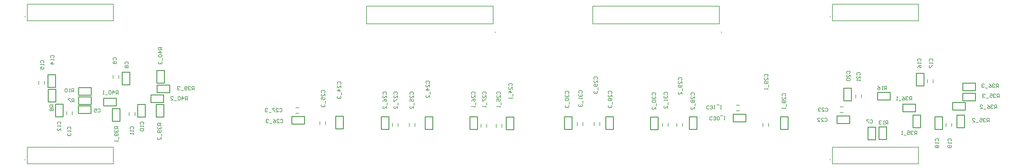
<source format=gbo>
G04*
G04 #@! TF.GenerationSoftware,Altium Limited,Altium Designer,22.11.1 (43)*
G04*
G04 Layer_Color=32896*
%FSLAX44Y44*%
%MOMM*%
G71*
G04*
G04 #@! TF.SameCoordinates,B38BEB0A-FF2B-4473-85C9-27130B265984*
G04*
G04*
G04 #@! TF.FilePolarity,Positive*
G04*
G01*
G75*
%ADD12C,0.2540*%
%ADD13C,0.2000*%
%ADD14C,0.1270*%
%ADD15C,0.1778*%
D12*
X697230Y3196590D02*
X720090D01*
X697230Y3158490D02*
X720090D01*
X697230D02*
Y3196590D01*
X720090Y3158490D02*
Y3196590D01*
X679450Y3100070D02*
Y3122930D01*
X717550Y3100070D02*
Y3122930D01*
X679450Y3100070D02*
X717550D01*
X679450Y3122930D02*
X717550D01*
X537210Y3089910D02*
Y3112770D01*
X575310Y3089910D02*
Y3112770D01*
X537210Y3089910D02*
X575310D01*
X537210Y3112770D02*
X575310D01*
X735990Y3130260D02*
Y3153120D01*
X697890Y3130260D02*
Y3153120D01*
X735990D01*
X697890Y3130260D02*
X735990D01*
X695350Y3056600D02*
X718210D01*
X695350Y3094700D02*
X718210D01*
Y3056600D02*
Y3094700D01*
X695350Y3056600D02*
Y3094700D01*
X563270Y3043900D02*
X586130D01*
X563270Y3082000D02*
X586130D01*
Y3043900D02*
Y3082000D01*
X563270Y3043900D02*
Y3082000D01*
X3161030Y3135630D02*
Y3158490D01*
X3122930Y3135630D02*
Y3158490D01*
X3161030D01*
X3122930Y3135630D02*
X3161030D01*
X3092450Y3077210D02*
Y3100070D01*
X3130550Y3077210D02*
Y3100070D01*
X3092450Y3077210D02*
X3130550D01*
X3092450Y3100070D02*
X3130550D01*
X2942590Y3072130D02*
Y3094990D01*
X2980690Y3072130D02*
Y3094990D01*
X2942590Y3072130D02*
X2980690D01*
X2942590Y3094990D02*
X2980690D01*
X3161030Y3105150D02*
Y3128010D01*
X3122930Y3105150D02*
Y3128010D01*
X3161030D01*
X3122930Y3105150D02*
X3161030D01*
X3105150Y3023870D02*
X3128010D01*
X3105150Y3061970D02*
X3128010D01*
Y3023870D02*
Y3061970D01*
X3105150Y3023870D02*
Y3061970D01*
X2973070Y3023870D02*
X2995930D01*
X2973070Y3061970D02*
X2995930D01*
Y3023870D02*
Y3061970D01*
X2973070Y3023870D02*
Y3061970D01*
X2866390Y3107690D02*
Y3130550D01*
X2904490Y3107690D02*
Y3130550D01*
X2866390Y3107690D02*
X2904490D01*
X2866390Y3130550D02*
X2904490D01*
X2870749Y2988310D02*
X2893609D01*
X2870749Y3026410D02*
X2893609D01*
Y2988310D02*
Y3026410D01*
X2870749Y2988310D02*
Y3026410D01*
X461670Y3122640D02*
Y3145500D01*
X499770Y3122640D02*
Y3145500D01*
X461670Y3122640D02*
X499770D01*
X461670Y3145500D02*
X499770D01*
X370230Y3102320D02*
X393090D01*
X370230Y3140420D02*
X393090D01*
Y3102320D02*
Y3140420D01*
X370230Y3102320D02*
Y3140420D01*
X499770Y3094700D02*
Y3117560D01*
X461670Y3094700D02*
Y3117560D01*
X499770D01*
X461670Y3094700D02*
X499770D01*
X1924050Y3056890D02*
X1946910D01*
X1924050Y3018790D02*
X1946910D01*
X1924050D02*
Y3056890D01*
X1946910Y3018790D02*
Y3056890D01*
X2183130Y3056410D02*
X2205990D01*
X2183130Y3018310D02*
X2205990D01*
X2183130D02*
Y3056410D01*
X2205990Y3018310D02*
Y3056410D01*
X2432050Y3041650D02*
Y3064510D01*
X2470150Y3041650D02*
Y3064510D01*
X2432050Y3041650D02*
X2470150D01*
X2432050Y3064510D02*
X2470150D01*
X2048510Y3056890D02*
X2071370D01*
X2048510Y3018790D02*
X2071370D01*
X2048510D02*
Y3056890D01*
X2071370Y3018790D02*
Y3056890D01*
X2299970D02*
X2322830D01*
X2299970Y3018790D02*
X2322830D01*
X2299970D02*
Y3056890D01*
X2322830Y3018790D02*
Y3056890D01*
X2574290D02*
X2597150D01*
X2574290Y3018790D02*
X2597150D01*
X2574290D02*
Y3056890D01*
X2597150Y3018790D02*
Y3056890D01*
X1103630Y3035020D02*
Y3057880D01*
X1141730Y3035020D02*
Y3057880D01*
X1103630Y3035020D02*
X1141730D01*
X1103630Y3057880D02*
X1141730D01*
X1372870Y3056890D02*
X1395730D01*
X1372870Y3018790D02*
X1395730D01*
X1372870D02*
Y3056890D01*
X1395730Y3018790D02*
Y3056890D01*
X1639570D02*
X1662430D01*
X1639570Y3018790D02*
X1662430D01*
X1639570D02*
Y3056890D01*
X1662430Y3018790D02*
Y3056890D01*
X1235710Y3058950D02*
X1258570D01*
X1235710Y3020850D02*
X1258570D01*
X1235710D02*
Y3058950D01*
X1258570Y3020850D02*
Y3058950D01*
X1504950Y3056890D02*
X1527810D01*
X1504950Y3018790D02*
X1527810D01*
X1504950D02*
Y3056890D01*
X1527810Y3018790D02*
Y3056890D01*
X1748790Y3056410D02*
X1771650D01*
X1748790Y3018310D02*
X1771650D01*
X1748790D02*
Y3056410D01*
X1771650Y3018310D02*
Y3056410D01*
X2744470Y3036570D02*
Y3059430D01*
X2782570Y3036570D02*
Y3059430D01*
X2744470Y3036570D02*
X2782570D01*
X2744470Y3059430D02*
X2782570D01*
X2764790Y3143250D02*
X2787650D01*
X2764790Y3105150D02*
X2787650D01*
X2764790D02*
Y3143250D01*
X2787650Y3105150D02*
Y3143250D01*
X3039110Y3018790D02*
X3061970D01*
X3039110Y3056890D02*
X3061970D01*
Y3018790D02*
Y3056890D01*
X3039110Y3018790D02*
Y3056890D01*
X2983230Y3188310D02*
X3006090D01*
X2983230Y3150210D02*
X3006090D01*
X2983230D02*
Y3188310D01*
X3006090Y3150210D02*
Y3188310D01*
X369570Y3183890D02*
X392430D01*
X369570Y3145790D02*
X392430D01*
X369570D02*
Y3183890D01*
X392430Y3145790D02*
Y3183890D01*
Y3056890D02*
X415290D01*
X392430Y3094990D02*
X415290D01*
Y3056890D02*
Y3094990D01*
X392430Y3056890D02*
Y3094990D01*
X639470Y3056600D02*
X662330D01*
X639470Y3094700D02*
X662330D01*
Y3056600D02*
Y3094700D01*
X639470Y3056600D02*
Y3094700D01*
X593090Y3191510D02*
X615950D01*
X593090Y3153410D02*
X615950D01*
X593090D02*
Y3191510D01*
X615950Y3153410D02*
Y3191510D01*
X2837729Y2987650D02*
X2860589D01*
X2837729Y3025750D02*
X2860589D01*
Y2987650D02*
Y3025750D01*
X2837729Y2987650D02*
Y3025750D01*
X499110Y3067050D02*
Y3089910D01*
X461010Y3067050D02*
Y3089910D01*
X499110D01*
X461010Y3067050D02*
X499110D01*
D13*
X2724990Y3359150D02*
G03*
X2724990Y3359150I-1000J0D01*
G01*
Y2927350D02*
G03*
X2724990Y2927350I-1000J0D01*
G01*
X301830Y3359150D02*
G03*
X301830Y3359150I-1000J0D01*
G01*
Y2927350D02*
G03*
X301830Y2927350I-1000J0D01*
G01*
X2397640Y3312160D02*
G03*
X2397640Y3312160I-1000J0D01*
G01*
X1716920D02*
G03*
X1716920Y3312160I-1000J0D01*
G01*
X2730490Y3347100D02*
X2989590D01*
X2730490Y3396600D02*
X2989590D01*
X2730490Y3347100D02*
Y3396600D01*
X2989590Y3347100D02*
Y3396600D01*
X2730490Y2915300D02*
X2989590D01*
X2730490Y2964800D02*
X2989590D01*
X2730490Y2915300D02*
Y2964800D01*
X2989590Y2915300D02*
Y2964800D01*
X307330Y3347100D02*
X566430D01*
X307330Y3396600D02*
X566430D01*
X307330Y3347100D02*
Y3396600D01*
X566430Y3347100D02*
Y3396600D01*
X307330Y2915300D02*
X566430D01*
X307330Y2964800D02*
X566430D01*
X307330Y2915300D02*
Y2964800D01*
X566430Y2915300D02*
Y2964800D01*
X2009140Y3337560D02*
X2390140D01*
X2009140Y3390860D02*
X2390140D01*
X2009140Y3337560D02*
Y3390860D01*
X2390140Y3337560D02*
Y3390860D01*
X1328420Y3337560D02*
X1709420D01*
X1328420Y3390860D02*
X1709420D01*
X1328420Y3337560D02*
Y3390860D01*
X1709420Y3337560D02*
Y3390860D01*
D14*
X1962540Y3030300D02*
Y3040300D01*
X1979540Y3030300D02*
Y3040300D01*
X2219080Y3027760D02*
Y3037760D01*
X2236080Y3027760D02*
Y3037760D01*
X2441020Y3075060D02*
X2451020D01*
X2441020Y3092060D02*
X2451020D01*
X2013340Y3030300D02*
Y3040300D01*
X2030340Y3030300D02*
Y3040300D01*
X2262260Y3027760D02*
Y3037760D01*
X2279260Y3027760D02*
Y3037760D01*
X2521340Y3027760D02*
Y3037760D01*
X2538340Y3027760D02*
Y3037760D01*
X1115140Y3067440D02*
X1125140D01*
X1115140Y3084440D02*
X1125140D01*
X1406280Y3027760D02*
Y3037760D01*
X1423280Y3027760D02*
Y3037760D01*
X1672980Y3025220D02*
Y3035220D01*
X1689980Y3025220D02*
Y3035220D01*
X1187840Y3032840D02*
Y3042840D01*
X1204840Y3032840D02*
Y3042840D01*
X1457080Y3027760D02*
Y3037760D01*
X1474080Y3027760D02*
Y3037760D01*
X1718700Y3025220D02*
Y3035220D01*
X1735700Y3025220D02*
Y3035220D01*
X2753440Y3069980D02*
X2763440D01*
X2753440Y3086980D02*
X2763440D01*
X2800740Y3114120D02*
Y3124120D01*
X2817740Y3114120D02*
Y3124120D01*
X3089520Y3027760D02*
Y3037760D01*
X3072520Y3027760D02*
Y3037760D01*
X3016640Y3159840D02*
Y3169840D01*
X3033640Y3159840D02*
Y3169840D01*
X342020Y3154760D02*
Y3164760D01*
X359020Y3154760D02*
Y3164760D01*
X442840Y3063320D02*
Y3073320D01*
X425840Y3063320D02*
Y3073320D01*
X631460Y3060490D02*
Y3070490D01*
X614460Y3060490D02*
Y3070490D01*
X565540Y3172540D02*
Y3182540D01*
X582540Y3172540D02*
Y3182540D01*
D15*
X2709670Y3082035D02*
X2711447Y3083812D01*
X2715002D01*
X2716779Y3082035D01*
Y3074925D01*
X2715002Y3073148D01*
X2711447D01*
X2709670Y3074925D01*
X2699005Y3073148D02*
X2706115D01*
X2699005Y3080257D01*
Y3082035D01*
X2700782Y3083812D01*
X2704337D01*
X2706115Y3082035D01*
X2695450D02*
X2693673Y3083812D01*
X2690118D01*
X2688340Y3082035D01*
Y3080257D01*
X2690118Y3078480D01*
X2691895D01*
X2690118D01*
X2688340Y3076703D01*
Y3074925D01*
X2690118Y3073148D01*
X2693673D01*
X2695450Y3074925D01*
X713104Y3265924D02*
X702439D01*
Y3260592D01*
X704216Y3258814D01*
X707771D01*
X709549Y3260592D01*
Y3265924D01*
Y3262369D02*
X713104Y3258814D01*
Y3249927D02*
X702439D01*
X707771Y3255259D01*
Y3248150D01*
X704216Y3244595D02*
X702439Y3242817D01*
Y3239263D01*
X704216Y3237485D01*
X711326D01*
X713104Y3239263D01*
Y3242817D01*
X711326Y3244595D01*
X704216D01*
X714881Y3233930D02*
Y3226821D01*
X704216Y3223266D02*
X702439Y3221488D01*
Y3217933D01*
X704216Y3216156D01*
X705994D01*
X707771Y3217933D01*
Y3219711D01*
Y3217933D01*
X709549Y3216156D01*
X711326D01*
X713104Y3217933D01*
Y3221488D01*
X711326Y3223266D01*
X789424Y3107056D02*
Y3117721D01*
X784092D01*
X782314Y3115944D01*
Y3112389D01*
X784092Y3110611D01*
X789424D01*
X785869D02*
X782314Y3107056D01*
X773427D02*
Y3117721D01*
X778759Y3112389D01*
X771650D01*
X768095Y3115944D02*
X766317Y3117721D01*
X762763D01*
X760985Y3115944D01*
Y3108834D01*
X762763Y3107056D01*
X766317D01*
X768095Y3108834D01*
Y3115944D01*
X757430Y3105279D02*
X750321D01*
X739656Y3107056D02*
X746766D01*
X739656Y3114166D01*
Y3115944D01*
X741433Y3117721D01*
X744988D01*
X746766Y3115944D01*
X581246Y3125127D02*
Y3135791D01*
X575914D01*
X574137Y3134014D01*
Y3130459D01*
X575914Y3128681D01*
X581246D01*
X577692D02*
X574137Y3125127D01*
X565250D02*
Y3135791D01*
X570582Y3130459D01*
X563472D01*
X559917Y3134014D02*
X558140Y3135791D01*
X554585D01*
X552808Y3134014D01*
Y3126904D01*
X554585Y3125127D01*
X558140D01*
X559917Y3126904D01*
Y3134014D01*
X549253Y3123349D02*
X542143D01*
X538588Y3125127D02*
X535033D01*
X536811D01*
Y3135791D01*
X538588Y3134014D01*
X809744Y3137536D02*
Y3148201D01*
X804412D01*
X802634Y3146424D01*
Y3142869D01*
X804412Y3141091D01*
X809744D01*
X806189D02*
X802634Y3137536D01*
X799079Y3146424D02*
X797302Y3148201D01*
X793747D01*
X791970Y3146424D01*
Y3144646D01*
X793747Y3142869D01*
X795525D01*
X793747D01*
X791970Y3141091D01*
Y3139314D01*
X793747Y3137536D01*
X797302D01*
X799079Y3139314D01*
X788415D02*
X786637Y3137536D01*
X783083D01*
X781305Y3139314D01*
Y3146424D01*
X783083Y3148201D01*
X786637D01*
X788415Y3146424D01*
Y3144646D01*
X786637Y3142869D01*
X781305D01*
X777750Y3135759D02*
X770641D01*
X767086Y3146424D02*
X765308Y3148201D01*
X761753D01*
X759976Y3146424D01*
Y3144646D01*
X761753Y3142869D01*
X763531D01*
X761753D01*
X759976Y3141091D01*
Y3139314D01*
X761753Y3137536D01*
X765308D01*
X767086Y3139314D01*
X710564Y3037324D02*
X699899D01*
Y3031992D01*
X701676Y3030214D01*
X705231D01*
X707009Y3031992D01*
Y3037324D01*
Y3033769D02*
X710564Y3030214D01*
X701676Y3026660D02*
X699899Y3024882D01*
Y3021327D01*
X701676Y3019550D01*
X703454D01*
X705231Y3021327D01*
Y3023105D01*
Y3021327D01*
X707009Y3019550D01*
X708786D01*
X710564Y3021327D01*
Y3024882D01*
X708786Y3026660D01*
Y3015995D02*
X710564Y3014218D01*
Y3010663D01*
X708786Y3008885D01*
X701676D01*
X699899Y3010663D01*
Y3014218D01*
X701676Y3015995D01*
X703454D01*
X705231Y3014218D01*
Y3008885D01*
X712341Y3005330D02*
Y2998221D01*
X710564Y2987556D02*
Y2994666D01*
X703454Y2987556D01*
X701676D01*
X699899Y2989333D01*
Y2992888D01*
X701676Y2994666D01*
X581024Y3027927D02*
X570359D01*
Y3022594D01*
X572136Y3020817D01*
X575691D01*
X577469Y3022594D01*
Y3027927D01*
Y3024372D02*
X581024Y3020817D01*
X572136Y3017262D02*
X570359Y3015485D01*
Y3011930D01*
X572136Y3010152D01*
X573914D01*
X575691Y3011930D01*
Y3013707D01*
Y3011930D01*
X577469Y3010152D01*
X579246D01*
X581024Y3011930D01*
Y3015485D01*
X579246Y3017262D01*
Y3006597D02*
X581024Y3004820D01*
Y3001265D01*
X579246Y2999488D01*
X572136D01*
X570359Y3001265D01*
Y3004820D01*
X572136Y3006597D01*
X573914D01*
X575691Y3004820D01*
Y2999488D01*
X582801Y2995933D02*
Y2988823D01*
X581024Y2985268D02*
Y2981714D01*
Y2983491D01*
X570359D01*
X572136Y2985268D01*
X3230364Y3145156D02*
Y3155821D01*
X3225032D01*
X3223254Y3154044D01*
Y3150489D01*
X3225032Y3148711D01*
X3230364D01*
X3226809D02*
X3223254Y3145156D01*
X3219699Y3154044D02*
X3217922Y3155821D01*
X3214367D01*
X3212590Y3154044D01*
Y3152266D01*
X3214367Y3150489D01*
X3216144D01*
X3214367D01*
X3212590Y3148711D01*
Y3146934D01*
X3214367Y3145156D01*
X3217922D01*
X3219699Y3146934D01*
X3201925Y3155821D02*
X3205480Y3154044D01*
X3209035Y3150489D01*
Y3146934D01*
X3207257Y3145156D01*
X3203703D01*
X3201925Y3146934D01*
Y3148711D01*
X3203703Y3150489D01*
X3209035D01*
X3198370Y3143379D02*
X3191261D01*
X3187706Y3154044D02*
X3185928Y3155821D01*
X3182373D01*
X3180596Y3154044D01*
Y3152266D01*
X3182373Y3150489D01*
X3184151D01*
X3182373D01*
X3180596Y3148711D01*
Y3146934D01*
X3182373Y3145156D01*
X3185928D01*
X3187706Y3146934D01*
X3225284Y3081656D02*
Y3092321D01*
X3219952D01*
X3218174Y3090544D01*
Y3086989D01*
X3219952Y3085211D01*
X3225284D01*
X3221729D02*
X3218174Y3081656D01*
X3214619Y3090544D02*
X3212842Y3092321D01*
X3209287D01*
X3207510Y3090544D01*
Y3088766D01*
X3209287Y3086989D01*
X3211064D01*
X3209287D01*
X3207510Y3085211D01*
Y3083434D01*
X3209287Y3081656D01*
X3212842D01*
X3214619Y3083434D01*
X3196845Y3092321D02*
X3200400Y3090544D01*
X3203955Y3086989D01*
Y3083434D01*
X3202177Y3081656D01*
X3198623D01*
X3196845Y3083434D01*
Y3085211D01*
X3198623Y3086989D01*
X3203955D01*
X3193290Y3079879D02*
X3186181D01*
X3175516Y3081656D02*
X3182626D01*
X3175516Y3088766D01*
Y3090544D01*
X3177293Y3092321D01*
X3180848D01*
X3182626Y3090544D01*
X2969507Y3107056D02*
Y3117721D01*
X2964174D01*
X2962397Y3115944D01*
Y3112389D01*
X2964174Y3110611D01*
X2969507D01*
X2965952D02*
X2962397Y3107056D01*
X2958842Y3115944D02*
X2957065Y3117721D01*
X2953510D01*
X2951732Y3115944D01*
Y3114166D01*
X2953510Y3112389D01*
X2955287D01*
X2953510D01*
X2951732Y3110611D01*
Y3108834D01*
X2953510Y3107056D01*
X2957065D01*
X2958842Y3108834D01*
X2941068Y3117721D02*
X2944622Y3115944D01*
X2948177Y3112389D01*
Y3108834D01*
X2946400Y3107056D01*
X2942845D01*
X2941068Y3108834D01*
Y3110611D01*
X2942845Y3112389D01*
X2948177D01*
X2937513Y3105279D02*
X2930403D01*
X2926848Y3107056D02*
X2923293D01*
X2925071D01*
Y3117721D01*
X2926848Y3115944D01*
X3232904Y3114677D02*
Y3125341D01*
X3227572D01*
X3225794Y3123564D01*
Y3120009D01*
X3227572Y3118231D01*
X3232904D01*
X3229349D02*
X3225794Y3114677D01*
X3222239Y3123564D02*
X3220462Y3125341D01*
X3216907D01*
X3215130Y3123564D01*
Y3121786D01*
X3216907Y3120009D01*
X3218684D01*
X3216907D01*
X3215130Y3118231D01*
Y3116454D01*
X3216907Y3114677D01*
X3220462D01*
X3222239Y3116454D01*
X3204465Y3125341D02*
X3211575D01*
Y3120009D01*
X3208020Y3121786D01*
X3206243D01*
X3204465Y3120009D01*
Y3116454D01*
X3206243Y3114677D01*
X3209797D01*
X3211575Y3116454D01*
X3200910Y3112899D02*
X3193801D01*
X3190246Y3123564D02*
X3188468Y3125341D01*
X3184914D01*
X3183136Y3123564D01*
Y3121786D01*
X3184914Y3120009D01*
X3186691D01*
X3184914D01*
X3183136Y3118231D01*
Y3116454D01*
X3184914Y3114677D01*
X3188468D01*
X3190246Y3116454D01*
X3202424Y3041017D02*
Y3051681D01*
X3197092D01*
X3195314Y3049904D01*
Y3046349D01*
X3197092Y3044571D01*
X3202424D01*
X3198869D02*
X3195314Y3041017D01*
X3191759Y3049904D02*
X3189982Y3051681D01*
X3186427D01*
X3184650Y3049904D01*
Y3048126D01*
X3186427Y3046349D01*
X3188205D01*
X3186427D01*
X3184650Y3044571D01*
Y3042794D01*
X3186427Y3041017D01*
X3189982D01*
X3191759Y3042794D01*
X3173985Y3051681D02*
X3181095D01*
Y3046349D01*
X3177540Y3048126D01*
X3175763D01*
X3173985Y3046349D01*
Y3042794D01*
X3175763Y3041017D01*
X3179317D01*
X3181095Y3042794D01*
X3170430Y3039239D02*
X3163321D01*
X3152656Y3041017D02*
X3159766D01*
X3152656Y3048126D01*
Y3049904D01*
X3154434Y3051681D01*
X3157988D01*
X3159766Y3049904D01*
X2984746Y3002916D02*
Y3013581D01*
X2979414D01*
X2977637Y3011804D01*
Y3008249D01*
X2979414Y3006471D01*
X2984746D01*
X2981192D02*
X2977637Y3002916D01*
X2974082Y3011804D02*
X2972304Y3013581D01*
X2968750D01*
X2966972Y3011804D01*
Y3010026D01*
X2968750Y3008249D01*
X2970527D01*
X2968750D01*
X2966972Y3006471D01*
Y3004694D01*
X2968750Y3002916D01*
X2972304D01*
X2974082Y3004694D01*
X2956308Y3013581D02*
X2963417D01*
Y3008249D01*
X2959863Y3010026D01*
X2958085D01*
X2956308Y3008249D01*
Y3004694D01*
X2958085Y3002916D01*
X2961640D01*
X2963417Y3004694D01*
X2952753Y3001139D02*
X2945643D01*
X2942088Y3002916D02*
X2938534D01*
X2940311D01*
Y3013581D01*
X2942088Y3011804D01*
X1969136Y3128386D02*
X1967359Y3130163D01*
Y3133718D01*
X1969136Y3135495D01*
X1976246D01*
X1978024Y3133718D01*
Y3130163D01*
X1976246Y3128386D01*
X1969136Y3124831D02*
X1967359Y3123053D01*
Y3119498D01*
X1969136Y3117721D01*
X1970914D01*
X1972691Y3119498D01*
Y3121276D01*
Y3119498D01*
X1974469Y3117721D01*
X1976246D01*
X1978024Y3119498D01*
Y3123053D01*
X1976246Y3124831D01*
X1978024Y3114166D02*
Y3110611D01*
Y3112389D01*
X1967359D01*
X1969136Y3114166D01*
X1979801Y3105279D02*
Y3098169D01*
X1969136Y3094615D02*
X1967359Y3092837D01*
Y3089282D01*
X1969136Y3087505D01*
X1970914D01*
X1972691Y3089282D01*
Y3091060D01*
Y3089282D01*
X1974469Y3087505D01*
X1976246D01*
X1978024Y3089282D01*
Y3092837D01*
X1976246Y3094615D01*
X2225676Y3123305D02*
X2223899Y3125083D01*
Y3128638D01*
X2225676Y3130415D01*
X2232786D01*
X2234564Y3128638D01*
Y3125083D01*
X2232786Y3123305D01*
X2225676Y3119751D02*
X2223899Y3117973D01*
Y3114418D01*
X2225676Y3112641D01*
X2227454D01*
X2229231Y3114418D01*
Y3116196D01*
Y3114418D01*
X2231009Y3112641D01*
X2232786D01*
X2234564Y3114418D01*
Y3117973D01*
X2232786Y3119751D01*
X2234564Y3109086D02*
Y3105531D01*
Y3107309D01*
X2223899D01*
X2225676Y3109086D01*
X2236341Y3100199D02*
Y3093089D01*
X2234564Y3082425D02*
Y3089535D01*
X2227454Y3082425D01*
X2225676D01*
X2223899Y3084202D01*
Y3087757D01*
X2225676Y3089535D01*
X2359792Y3081656D02*
X2358014Y3079879D01*
X2354460D01*
X2352682Y3081656D01*
Y3088766D01*
X2354460Y3090544D01*
X2358014D01*
X2359792Y3088766D01*
X2363347Y3081656D02*
X2365124Y3079879D01*
X2368679D01*
X2370456Y3081656D01*
Y3083434D01*
X2368679Y3085211D01*
X2366902D01*
X2368679D01*
X2370456Y3086989D01*
Y3088766D01*
X2368679Y3090544D01*
X2365124D01*
X2363347Y3088766D01*
X2374011Y3090544D02*
X2377566D01*
X2375789D01*
Y3079879D01*
X2374011Y3081656D01*
X2382898Y3092321D02*
X2390008D01*
X2393563Y3090544D02*
X2397118D01*
X2395340D01*
Y3079879D01*
X2393563Y3081656D01*
X1928496Y3126734D02*
X1926719Y3128512D01*
Y3132067D01*
X1928496Y3133844D01*
X1935606D01*
X1937384Y3132067D01*
Y3128512D01*
X1935606Y3126734D01*
X1928496Y3123179D02*
X1926719Y3121402D01*
Y3117847D01*
X1928496Y3116070D01*
X1930274D01*
X1932051Y3117847D01*
Y3119625D01*
Y3117847D01*
X1933829Y3116070D01*
X1935606D01*
X1937384Y3117847D01*
Y3121402D01*
X1935606Y3123179D01*
X1928496Y3112515D02*
X1926719Y3110738D01*
Y3107183D01*
X1928496Y3105405D01*
X1935606D01*
X1937384Y3107183D01*
Y3110738D01*
X1935606Y3112515D01*
X1928496D01*
X1939161Y3101850D02*
Y3094741D01*
X1928496Y3091186D02*
X1926719Y3089408D01*
Y3085854D01*
X1928496Y3084076D01*
X1930274D01*
X1932051Y3085854D01*
Y3087631D01*
Y3085854D01*
X1933829Y3084076D01*
X1935606D01*
X1937384Y3085854D01*
Y3089408D01*
X1935606Y3091186D01*
X2190116Y3121654D02*
X2188339Y3123432D01*
Y3126986D01*
X2190116Y3128764D01*
X2197226D01*
X2199004Y3126986D01*
Y3123432D01*
X2197226Y3121654D01*
X2190116Y3118099D02*
X2188339Y3116322D01*
Y3112767D01*
X2190116Y3110990D01*
X2191894D01*
X2193671Y3112767D01*
Y3114544D01*
Y3112767D01*
X2195449Y3110990D01*
X2197226D01*
X2199004Y3112767D01*
Y3116322D01*
X2197226Y3118099D01*
X2190116Y3107435D02*
X2188339Y3105657D01*
Y3102103D01*
X2190116Y3100325D01*
X2197226D01*
X2199004Y3102103D01*
Y3105657D01*
X2197226Y3107435D01*
X2190116D01*
X2200781Y3096770D02*
Y3089661D01*
X2199004Y3078996D02*
Y3086106D01*
X2191894Y3078996D01*
X2190116D01*
X2188339Y3080774D01*
Y3084328D01*
X2190116Y3086106D01*
X2369063Y3048636D02*
X2367286Y3046859D01*
X2363731D01*
X2361953Y3048636D01*
Y3055746D01*
X2363731Y3057523D01*
X2367286D01*
X2369063Y3055746D01*
X2372618Y3048636D02*
X2374395Y3046859D01*
X2377950D01*
X2379728Y3048636D01*
Y3050414D01*
X2377950Y3052191D01*
X2376173D01*
X2377950D01*
X2379728Y3053969D01*
Y3055746D01*
X2377950Y3057523D01*
X2374395D01*
X2372618Y3055746D01*
X2383283Y3048636D02*
X2385060Y3046859D01*
X2388615D01*
X2390392Y3048636D01*
Y3055746D01*
X2388615Y3057523D01*
X2385060D01*
X2383283Y3055746D01*
Y3048636D01*
X2393947Y3059301D02*
X2401057D01*
X2404612Y3057523D02*
X2408167D01*
X2406389D01*
Y3046859D01*
X2404612Y3048636D01*
X2014856Y3169914D02*
X2013079Y3171692D01*
Y3175247D01*
X2014856Y3177024D01*
X2021966D01*
X2023743Y3175247D01*
Y3171692D01*
X2021966Y3169914D01*
X2023743Y3159250D02*
Y3166359D01*
X2016634Y3159250D01*
X2014856D01*
X2013079Y3161027D01*
Y3164582D01*
X2014856Y3166359D01*
X2021966Y3155695D02*
X2023743Y3153918D01*
Y3150363D01*
X2021966Y3148585D01*
X2014856D01*
X2013079Y3150363D01*
Y3153918D01*
X2014856Y3155695D01*
X2016634D01*
X2018411Y3153918D01*
Y3148585D01*
X2025521Y3145030D02*
Y3137921D01*
X2014856Y3134366D02*
X2013079Y3132589D01*
Y3129034D01*
X2014856Y3127256D01*
X2016634D01*
X2018411Y3129034D01*
Y3130811D01*
Y3129034D01*
X2020189Y3127256D01*
X2021966D01*
X2023743Y3129034D01*
Y3132589D01*
X2021966Y3134366D01*
X2268856Y3167374D02*
X2267079Y3169152D01*
Y3172707D01*
X2268856Y3174484D01*
X2275966D01*
X2277744Y3172707D01*
Y3169152D01*
X2275966Y3167374D01*
X2277744Y3156710D02*
Y3163819D01*
X2270634Y3156710D01*
X2268856D01*
X2267079Y3158487D01*
Y3162042D01*
X2268856Y3163819D01*
X2275966Y3153155D02*
X2277744Y3151377D01*
Y3147823D01*
X2275966Y3146045D01*
X2268856D01*
X2267079Y3147823D01*
Y3151377D01*
X2268856Y3153155D01*
X2270634D01*
X2272411Y3151377D01*
Y3146045D01*
X2279521Y3142490D02*
Y3135381D01*
X2277744Y3124716D02*
Y3131826D01*
X2270634Y3124716D01*
X2268856D01*
X2267079Y3126494D01*
Y3130049D01*
X2268856Y3131826D01*
X2527936Y3178297D02*
X2526159Y3180074D01*
Y3183629D01*
X2527936Y3185406D01*
X2535046D01*
X2536824Y3183629D01*
Y3180074D01*
X2535046Y3178297D01*
X2536824Y3167632D02*
Y3174742D01*
X2529714Y3167632D01*
X2527936D01*
X2526159Y3169410D01*
Y3172964D01*
X2527936Y3174742D01*
X2535046Y3164077D02*
X2536824Y3162300D01*
Y3158745D01*
X2535046Y3156968D01*
X2527936D01*
X2526159Y3158745D01*
Y3162300D01*
X2527936Y3164077D01*
X2529714D01*
X2531491Y3162300D01*
Y3156968D01*
X2538601Y3153413D02*
Y3146303D01*
X2536824Y3142748D02*
Y3139193D01*
Y3140971D01*
X2526159D01*
X2527936Y3142748D01*
X2058036Y3126734D02*
X2056259Y3128512D01*
Y3132067D01*
X2058036Y3133844D01*
X2065146D01*
X2066924Y3132067D01*
Y3128512D01*
X2065146Y3126734D01*
X2066924Y3116070D02*
Y3123179D01*
X2059814Y3116070D01*
X2058036D01*
X2056259Y3117847D01*
Y3121402D01*
X2058036Y3123179D01*
Y3112515D02*
X2056259Y3110738D01*
Y3107183D01*
X2058036Y3105405D01*
X2059814D01*
X2061591Y3107183D01*
X2063369Y3105405D01*
X2065146D01*
X2066924Y3107183D01*
Y3110738D01*
X2065146Y3112515D01*
X2063369D01*
X2061591Y3110738D01*
X2059814Y3112515D01*
X2058036D01*
X2061591Y3110738D02*
Y3107183D01*
X2068701Y3101850D02*
Y3094741D01*
X2058036Y3091186D02*
X2056259Y3089408D01*
Y3085854D01*
X2058036Y3084076D01*
X2059814D01*
X2061591Y3085854D01*
Y3087631D01*
Y3085854D01*
X2063369Y3084076D01*
X2065146D01*
X2066924Y3085854D01*
Y3089408D01*
X2065146Y3091186D01*
X2306956Y3121654D02*
X2305179Y3123432D01*
Y3126986D01*
X2306956Y3128764D01*
X2314066D01*
X2315844Y3126986D01*
Y3123432D01*
X2314066Y3121654D01*
X2315844Y3110990D02*
Y3118099D01*
X2308734Y3110990D01*
X2306956D01*
X2305179Y3112767D01*
Y3116322D01*
X2306956Y3118099D01*
Y3107435D02*
X2305179Y3105657D01*
Y3102103D01*
X2306956Y3100325D01*
X2308734D01*
X2310511Y3102103D01*
X2312289Y3100325D01*
X2314066D01*
X2315844Y3102103D01*
Y3105657D01*
X2314066Y3107435D01*
X2312289D01*
X2310511Y3105657D01*
X2308734Y3107435D01*
X2306956D01*
X2310511Y3105657D02*
Y3102103D01*
X2317621Y3096770D02*
Y3089661D01*
X2315844Y3078996D02*
Y3086106D01*
X2308734Y3078996D01*
X2306956D01*
X2305179Y3080774D01*
Y3084328D01*
X2306956Y3086106D01*
X2581277Y3119877D02*
X2579499Y3121654D01*
Y3125209D01*
X2581277Y3126986D01*
X2588386D01*
X2590164Y3125209D01*
Y3121654D01*
X2588386Y3119877D01*
X2590164Y3109212D02*
Y3116322D01*
X2583054Y3109212D01*
X2581277D01*
X2579499Y3110990D01*
Y3114544D01*
X2581277Y3116322D01*
Y3105657D02*
X2579499Y3103880D01*
Y3100325D01*
X2581277Y3098548D01*
X2583054D01*
X2584831Y3100325D01*
X2586609Y3098548D01*
X2588386D01*
X2590164Y3100325D01*
Y3103880D01*
X2588386Y3105657D01*
X2586609D01*
X2584831Y3103880D01*
X2583054Y3105657D01*
X2581277D01*
X2584831Y3103880D02*
Y3100325D01*
X2591941Y3094993D02*
Y3087883D01*
X2590164Y3084328D02*
Y3080774D01*
Y3082551D01*
X2579499D01*
X2581277Y3084328D01*
X1066794Y3080384D02*
X1068572Y3082161D01*
X1072126D01*
X1073904Y3080384D01*
Y3073274D01*
X1072126Y3071496D01*
X1068572D01*
X1066794Y3073274D01*
X1056130Y3071496D02*
X1063239D01*
X1056130Y3078606D01*
Y3080384D01*
X1057907Y3082161D01*
X1061462D01*
X1063239Y3080384D01*
X1052575Y3082161D02*
X1045465D01*
Y3080384D01*
X1052575Y3073274D01*
Y3071496D01*
X1041910Y3069719D02*
X1034801D01*
X1031246Y3080384D02*
X1029468Y3082161D01*
X1025913D01*
X1024136Y3080384D01*
Y3078606D01*
X1025913Y3076829D01*
X1027691D01*
X1025913D01*
X1024136Y3075051D01*
Y3073274D01*
X1025913Y3071496D01*
X1029468D01*
X1031246Y3073274D01*
X1412876Y3124194D02*
X1411099Y3125972D01*
Y3129526D01*
X1412876Y3131304D01*
X1419986D01*
X1421764Y3129526D01*
Y3125972D01*
X1419986Y3124194D01*
X1421764Y3113530D02*
Y3120639D01*
X1414654Y3113530D01*
X1412876D01*
X1411099Y3115307D01*
Y3118862D01*
X1412876Y3120639D01*
X1411099Y3109975D02*
Y3102865D01*
X1412876D01*
X1419986Y3109975D01*
X1421764D01*
X1423541Y3099310D02*
Y3092201D01*
X1421764Y3081536D02*
Y3088646D01*
X1414654Y3081536D01*
X1412876D01*
X1411099Y3083314D01*
Y3086868D01*
X1412876Y3088646D01*
X1679576Y3124957D02*
X1677799Y3126734D01*
Y3130289D01*
X1679576Y3132067D01*
X1686686D01*
X1688464Y3130289D01*
Y3126734D01*
X1686686Y3124957D01*
X1688464Y3114292D02*
Y3121402D01*
X1681354Y3114292D01*
X1679576D01*
X1677799Y3116070D01*
Y3119625D01*
X1679576Y3121402D01*
X1677799Y3110737D02*
Y3103628D01*
X1679576D01*
X1686686Y3110737D01*
X1688464D01*
X1690241Y3100073D02*
Y3092963D01*
X1688464Y3089408D02*
Y3085854D01*
Y3087631D01*
X1677799D01*
X1679576Y3089408D01*
X1069334Y3047364D02*
X1071112Y3049141D01*
X1074667D01*
X1076444Y3047364D01*
Y3040254D01*
X1074667Y3038476D01*
X1071112D01*
X1069334Y3040254D01*
X1058670Y3038476D02*
X1065779D01*
X1058670Y3045586D01*
Y3047364D01*
X1060447Y3049141D01*
X1064002D01*
X1065779Y3047364D01*
X1048005Y3049141D02*
X1051560Y3047364D01*
X1055115Y3043809D01*
Y3040254D01*
X1053337Y3038476D01*
X1049783D01*
X1048005Y3040254D01*
Y3042031D01*
X1049783Y3043809D01*
X1055115D01*
X1044450Y3036699D02*
X1037341D01*
X1033786Y3047364D02*
X1032008Y3049141D01*
X1028454D01*
X1026676Y3047364D01*
Y3045586D01*
X1028454Y3043809D01*
X1030231D01*
X1028454D01*
X1026676Y3042031D01*
Y3040254D01*
X1028454Y3038476D01*
X1032008D01*
X1033786Y3040254D01*
X1379856Y3124194D02*
X1378079Y3125972D01*
Y3129526D01*
X1379856Y3131304D01*
X1386966D01*
X1388744Y3129526D01*
Y3125972D01*
X1386966Y3124194D01*
X1388744Y3113530D02*
Y3120639D01*
X1381634Y3113530D01*
X1379856D01*
X1378079Y3115307D01*
Y3118862D01*
X1379856Y3120639D01*
X1378079Y3102865D02*
X1379856Y3106420D01*
X1383411Y3109975D01*
X1386966D01*
X1388744Y3108197D01*
Y3104643D01*
X1386966Y3102865D01*
X1385189D01*
X1383411Y3104643D01*
Y3109975D01*
X1390521Y3099310D02*
Y3092201D01*
X1388744Y3081536D02*
Y3088646D01*
X1381634Y3081536D01*
X1379856D01*
X1378079Y3083314D01*
Y3086868D01*
X1379856Y3088646D01*
X1646556Y3124957D02*
X1644779Y3126734D01*
Y3130289D01*
X1646556Y3132067D01*
X1653666D01*
X1655444Y3130289D01*
Y3126734D01*
X1653666Y3124957D01*
X1655444Y3114292D02*
Y3121402D01*
X1648334Y3114292D01*
X1646556D01*
X1644779Y3116070D01*
Y3119625D01*
X1646556Y3121402D01*
X1644779Y3103628D02*
X1646556Y3107183D01*
X1650111Y3110737D01*
X1653666D01*
X1655444Y3108960D01*
Y3105405D01*
X1653666Y3103628D01*
X1651889D01*
X1650111Y3105405D01*
Y3110737D01*
X1657221Y3100073D02*
Y3092963D01*
X1655444Y3089408D02*
Y3085854D01*
Y3087631D01*
X1644779D01*
X1646556Y3089408D01*
X1194436Y3129274D02*
X1192659Y3131052D01*
Y3134607D01*
X1194436Y3136384D01*
X1201546D01*
X1203324Y3134607D01*
Y3131052D01*
X1201546Y3129274D01*
X1203324Y3118610D02*
Y3125719D01*
X1196214Y3118610D01*
X1194436D01*
X1192659Y3120387D01*
Y3123942D01*
X1194436Y3125719D01*
X1192659Y3107945D02*
Y3115055D01*
X1197991D01*
X1196214Y3111500D01*
Y3109723D01*
X1197991Y3107945D01*
X1201546D01*
X1203324Y3109723D01*
Y3113277D01*
X1201546Y3115055D01*
X1205101Y3104390D02*
Y3097281D01*
X1194436Y3093726D02*
X1192659Y3091949D01*
Y3088394D01*
X1194436Y3086616D01*
X1196214D01*
X1197991Y3088394D01*
Y3090171D01*
Y3088394D01*
X1199769Y3086616D01*
X1201546D01*
X1203324Y3088394D01*
Y3091949D01*
X1201546Y3093726D01*
X1461136Y3124194D02*
X1459359Y3125972D01*
Y3129526D01*
X1461136Y3131304D01*
X1468246D01*
X1470024Y3129526D01*
Y3125972D01*
X1468246Y3124194D01*
X1470024Y3113530D02*
Y3120639D01*
X1462914Y3113530D01*
X1461136D01*
X1459359Y3115307D01*
Y3118862D01*
X1461136Y3120639D01*
X1459359Y3102865D02*
Y3109975D01*
X1464691D01*
X1462914Y3106420D01*
Y3104643D01*
X1464691Y3102865D01*
X1468246D01*
X1470024Y3104643D01*
Y3108197D01*
X1468246Y3109975D01*
X1471801Y3099310D02*
Y3092201D01*
X1470024Y3081536D02*
Y3088646D01*
X1462914Y3081536D01*
X1461136D01*
X1459359Y3083314D01*
Y3086868D01*
X1461136Y3088646D01*
X1722756Y3124957D02*
X1720979Y3126734D01*
Y3130289D01*
X1722756Y3132067D01*
X1729866D01*
X1731644Y3130289D01*
Y3126734D01*
X1729866Y3124957D01*
X1731644Y3114292D02*
Y3121402D01*
X1724534Y3114292D01*
X1722756D01*
X1720979Y3116070D01*
Y3119625D01*
X1722756Y3121402D01*
X1720979Y3103628D02*
Y3110737D01*
X1726311D01*
X1724534Y3107183D01*
Y3105405D01*
X1726311Y3103628D01*
X1729866D01*
X1731644Y3105405D01*
Y3108960D01*
X1729866Y3110737D01*
X1733421Y3100073D02*
Y3092963D01*
X1731644Y3089408D02*
Y3085854D01*
Y3087631D01*
X1720979D01*
X1722756Y3089408D01*
X1242696Y3154674D02*
X1240919Y3156452D01*
Y3160007D01*
X1242696Y3161784D01*
X1249806D01*
X1251583Y3160007D01*
Y3156452D01*
X1249806Y3154674D01*
X1251583Y3144010D02*
Y3151119D01*
X1244474Y3144010D01*
X1242696D01*
X1240919Y3145787D01*
Y3149342D01*
X1242696Y3151119D01*
X1251583Y3135123D02*
X1240919D01*
X1246251Y3140455D01*
Y3133345D01*
X1253361Y3129790D02*
Y3122681D01*
X1242696Y3119126D02*
X1240919Y3117348D01*
Y3113794D01*
X1242696Y3112016D01*
X1244474D01*
X1246251Y3113794D01*
Y3115571D01*
Y3113794D01*
X1248029Y3112016D01*
X1249806D01*
X1251583Y3113794D01*
Y3117348D01*
X1249806Y3119126D01*
X1509396Y3157214D02*
X1507619Y3158992D01*
Y3162546D01*
X1509396Y3164324D01*
X1516506D01*
X1518284Y3162546D01*
Y3158992D01*
X1516506Y3157214D01*
X1518284Y3146550D02*
Y3153659D01*
X1511174Y3146550D01*
X1509396D01*
X1507619Y3148327D01*
Y3151882D01*
X1509396Y3153659D01*
X1518284Y3137663D02*
X1507619D01*
X1512951Y3142995D01*
Y3135885D01*
X1520061Y3132330D02*
Y3125221D01*
X1518284Y3114556D02*
Y3121666D01*
X1511174Y3114556D01*
X1509396D01*
X1507619Y3116334D01*
Y3119888D01*
X1509396Y3121666D01*
X1758316Y3150357D02*
X1756539Y3152134D01*
Y3155689D01*
X1758316Y3157466D01*
X1765426D01*
X1767204Y3155689D01*
Y3152134D01*
X1765426Y3150357D01*
X1767204Y3139692D02*
Y3146802D01*
X1760094Y3139692D01*
X1758316D01*
X1756539Y3141470D01*
Y3145024D01*
X1758316Y3146802D01*
X1767204Y3130805D02*
X1756539D01*
X1761871Y3136137D01*
Y3129028D01*
X1768981Y3125473D02*
Y3118363D01*
X1767204Y3114808D02*
Y3111253D01*
Y3113031D01*
X1756539D01*
X1758316Y3114808D01*
X2707130Y3051555D02*
X2708907Y3053332D01*
X2712462D01*
X2714240Y3051555D01*
Y3044445D01*
X2712462Y3042668D01*
X2708907D01*
X2707130Y3044445D01*
X2696465Y3042668D02*
X2703575D01*
X2696465Y3049778D01*
Y3051555D01*
X2698242Y3053332D01*
X2701797D01*
X2703575Y3051555D01*
X2685800Y3042668D02*
X2692910D01*
X2685800Y3049778D01*
Y3051555D01*
X2687578Y3053332D01*
X2691133D01*
X2692910Y3051555D01*
X2805685Y3182872D02*
X2803908Y3184650D01*
Y3188205D01*
X2805685Y3189982D01*
X2812795D01*
X2814572Y3188205D01*
Y3184650D01*
X2812795Y3182872D01*
X2814572Y3172208D02*
Y3179317D01*
X2807462Y3172208D01*
X2805685D01*
X2803908Y3173985D01*
Y3177540D01*
X2805685Y3179317D01*
X2814572Y3168653D02*
Y3165098D01*
Y3166875D01*
X2803908D01*
X2805685Y3168653D01*
X2775205Y3187190D02*
X2773428Y3188967D01*
Y3192522D01*
X2775205Y3194299D01*
X2782315D01*
X2784092Y3192522D01*
Y3188967D01*
X2782315Y3187190D01*
X2784092Y3176525D02*
Y3183635D01*
X2776982Y3176525D01*
X2775205D01*
X2773428Y3178303D01*
Y3181858D01*
X2775205Y3183635D01*
Y3172970D02*
X2773428Y3171193D01*
Y3167638D01*
X2775205Y3165861D01*
X2782315D01*
X2784092Y3167638D01*
Y3171193D01*
X2782315Y3172970D01*
X2775205D01*
X3080005Y2983101D02*
X3078228Y2984879D01*
Y2988433D01*
X3080005Y2990211D01*
X3087115D01*
X3088892Y2988433D01*
Y2984879D01*
X3087115Y2983101D01*
X3088892Y2979546D02*
Y2975991D01*
Y2977769D01*
X3078228D01*
X3080005Y2979546D01*
X3087115Y2970659D02*
X3088892Y2968882D01*
Y2965327D01*
X3087115Y2963549D01*
X3080005D01*
X3078228Y2965327D01*
Y2968882D01*
X3080005Y2970659D01*
X3081783D01*
X3083560Y2968882D01*
Y2963549D01*
X3041905Y2983101D02*
X3040128Y2984879D01*
Y2988433D01*
X3041905Y2990211D01*
X3049015D01*
X3050792Y2988433D01*
Y2984879D01*
X3049015Y2983101D01*
X3050792Y2979546D02*
Y2975991D01*
Y2977769D01*
X3040128D01*
X3041905Y2979546D01*
Y2970659D02*
X3040128Y2968882D01*
Y2965327D01*
X3041905Y2963549D01*
X3043683D01*
X3045460Y2965327D01*
X3047238Y2963549D01*
X3049015D01*
X3050792Y2965327D01*
Y2968882D01*
X3049015Y2970659D01*
X3047238D01*
X3045460Y2968882D01*
X3043683Y2970659D01*
X3041905D01*
X3045460Y2968882D02*
Y2965327D01*
X3024125Y3224401D02*
X3022348Y3226178D01*
Y3229733D01*
X3024125Y3231511D01*
X3031235D01*
X3033012Y3229733D01*
Y3226178D01*
X3031235Y3224401D01*
X3033012Y3220846D02*
Y3217291D01*
Y3219069D01*
X3022348D01*
X3024125Y3220846D01*
X3022348Y3211959D02*
Y3204849D01*
X3024125D01*
X3031235Y3211959D01*
X3033012D01*
X2988565Y3224401D02*
X2986788Y3226178D01*
Y3229733D01*
X2988565Y3231511D01*
X2995675D01*
X2997452Y3229733D01*
Y3226178D01*
X2995675Y3224401D01*
X2997452Y3220846D02*
Y3217291D01*
Y3219069D01*
X2986788D01*
X2988565Y3220846D01*
X2986788Y3204849D02*
X2988565Y3208404D01*
X2992120Y3211959D01*
X2995675D01*
X2997452Y3210182D01*
Y3206627D01*
X2995675Y3204849D01*
X2993897D01*
X2992120Y3206627D01*
Y3211959D01*
X348845Y3219611D02*
X347068Y3221389D01*
Y3224943D01*
X348845Y3226721D01*
X355955D01*
X357732Y3224943D01*
Y3221389D01*
X355955Y3219611D01*
X357732Y3216056D02*
Y3212501D01*
Y3214279D01*
X347068D01*
X348845Y3216056D01*
X347068Y3200059D02*
Y3207169D01*
X352400D01*
X350622Y3203614D01*
Y3201837D01*
X352400Y3200059D01*
X355955D01*
X357732Y3201837D01*
Y3205392D01*
X355955Y3207169D01*
X379325Y3234371D02*
X377548Y3236148D01*
Y3239703D01*
X379325Y3241481D01*
X386435D01*
X388212Y3239703D01*
Y3236148D01*
X386435Y3234371D01*
X388212Y3230816D02*
Y3227261D01*
Y3229039D01*
X377548D01*
X379325Y3230816D01*
X388212Y3216597D02*
X377548D01*
X382880Y3221929D01*
Y3214819D01*
X430125Y3018951D02*
X428348Y3020728D01*
Y3024283D01*
X430125Y3026061D01*
X437235D01*
X439012Y3024283D01*
Y3020728D01*
X437235Y3018951D01*
X439012Y3015396D02*
Y3011841D01*
Y3013619D01*
X428348D01*
X430125Y3015396D01*
Y3006509D02*
X428348Y3004732D01*
Y3001177D01*
X430125Y2999399D01*
X431903D01*
X433680Y3001177D01*
Y3002954D01*
Y3001177D01*
X435457Y2999399D01*
X437235D01*
X439012Y3001177D01*
Y3004732D01*
X437235Y3006509D01*
X399645Y3034191D02*
X397868Y3035968D01*
Y3039523D01*
X399645Y3041301D01*
X406755D01*
X408532Y3039523D01*
Y3035968D01*
X406755Y3034191D01*
X408532Y3030636D02*
Y3027081D01*
Y3028859D01*
X397868D01*
X399645Y3030636D01*
X408532Y3014639D02*
Y3021749D01*
X401423Y3014639D01*
X399645D01*
X397868Y3016417D01*
Y3019972D01*
X399645Y3021749D01*
X618745Y3019424D02*
X616968Y3021201D01*
Y3024756D01*
X618745Y3026533D01*
X625855D01*
X627632Y3024756D01*
Y3021201D01*
X625855Y3019424D01*
X627632Y3015869D02*
Y3012314D01*
Y3014091D01*
X616968D01*
X618745Y3015869D01*
X627632Y3006982D02*
Y3003427D01*
Y3005204D01*
X616968D01*
X618745Y3006982D01*
X649225Y3033901D02*
X647448Y3035678D01*
Y3039233D01*
X649225Y3041011D01*
X656335D01*
X658112Y3039233D01*
Y3035678D01*
X656335Y3033901D01*
X658112Y3030346D02*
Y3026791D01*
Y3028569D01*
X647448D01*
X649225Y3030346D01*
Y3021459D02*
X647448Y3019682D01*
Y3016127D01*
X649225Y3014349D01*
X656335D01*
X658112Y3016127D01*
Y3019682D01*
X656335Y3021459D01*
X649225D01*
X567285Y3227867D02*
X565508Y3229645D01*
Y3233200D01*
X567285Y3234977D01*
X574395D01*
X576172Y3233200D01*
Y3229645D01*
X574395Y3227867D01*
Y3224313D02*
X576172Y3222535D01*
Y3218980D01*
X574395Y3217203D01*
X567285D01*
X565508Y3218980D01*
Y3222535D01*
X567285Y3224313D01*
X569062D01*
X570840Y3222535D01*
Y3217203D01*
X602845Y3215168D02*
X601068Y3216945D01*
Y3220500D01*
X602845Y3222277D01*
X609955D01*
X611732Y3220500D01*
Y3216945D01*
X609955Y3215168D01*
X602845Y3211613D02*
X601068Y3209835D01*
Y3206281D01*
X602845Y3204503D01*
X604622D01*
X606400Y3206281D01*
X608177Y3204503D01*
X609955D01*
X611732Y3206281D01*
Y3209835D01*
X609955Y3211613D01*
X608177D01*
X606400Y3209835D01*
X604622Y3211613D01*
X602845D01*
X606400Y3209835D02*
Y3206281D01*
X2844037Y3046475D02*
X2845815Y3048252D01*
X2849370D01*
X2851147Y3046475D01*
Y3039365D01*
X2849370Y3037588D01*
X2845815D01*
X2844037Y3039365D01*
X2840482Y3048252D02*
X2833373D01*
Y3046475D01*
X2840482Y3039365D01*
Y3037588D01*
X519937Y3079495D02*
X521715Y3081272D01*
X525270D01*
X527047Y3079495D01*
Y3072385D01*
X525270Y3070608D01*
X521715D01*
X519937Y3072385D01*
X509273Y3081272D02*
X516383D01*
Y3075940D01*
X512828Y3077717D01*
X511050D01*
X509273Y3075940D01*
Y3072385D01*
X511050Y3070608D01*
X514605D01*
X516383Y3072385D01*
X2893568Y3138678D02*
Y3149343D01*
X2888236D01*
X2886458Y3147565D01*
Y3144010D01*
X2888236Y3142233D01*
X2893568D01*
X2890013D02*
X2886458Y3138678D01*
X2882903D02*
X2879348D01*
X2881126D01*
Y3149343D01*
X2882903Y3147565D01*
X2866907Y3149343D02*
X2870461Y3147565D01*
X2874016Y3144010D01*
Y3140455D01*
X2872239Y3138678D01*
X2868684D01*
X2866907Y3140455D01*
Y3142233D01*
X2868684Y3144010D01*
X2874016D01*
X2897886Y3034538D02*
Y3045203D01*
X2892554D01*
X2890776Y3043425D01*
Y3039870D01*
X2892554Y3038093D01*
X2897886D01*
X2894331D02*
X2890776Y3034538D01*
X2887221D02*
X2883667D01*
X2885444D01*
Y3045203D01*
X2887221Y3043425D01*
X2878334D02*
X2876557Y3045203D01*
X2873002D01*
X2871225Y3043425D01*
Y3041648D01*
X2873002Y3039870D01*
X2874779D01*
X2873002D01*
X2871225Y3038093D01*
Y3036315D01*
X2873002Y3034538D01*
X2876557D01*
X2878334Y3036315D01*
X447671Y3131568D02*
Y3142232D01*
X442338D01*
X440561Y3140455D01*
Y3136900D01*
X442338Y3135123D01*
X447671D01*
X444116D02*
X440561Y3131568D01*
X437006D02*
X433451D01*
X435229D01*
Y3142232D01*
X437006Y3140455D01*
X428119D02*
X426342Y3142232D01*
X422787D01*
X421009Y3140455D01*
Y3133345D01*
X422787Y3131568D01*
X426342D01*
X428119Y3133345D01*
Y3140455D01*
X386332Y3092447D02*
X375668D01*
Y3087115D01*
X377445Y3085338D01*
X381000D01*
X382777Y3087115D01*
Y3092447D01*
Y3088892D02*
X386332Y3085338D01*
X377445Y3081783D02*
X375668Y3080005D01*
Y3076450D01*
X377445Y3074673D01*
X379222D01*
X381000Y3076450D01*
X382777Y3074673D01*
X384555D01*
X386332Y3076450D01*
Y3080005D01*
X384555Y3081783D01*
X382777D01*
X381000Y3080005D01*
X379222Y3081783D01*
X377445D01*
X381000Y3080005D02*
Y3076450D01*
X448307Y3101088D02*
Y3111752D01*
X442975D01*
X441197Y3109975D01*
Y3106420D01*
X442975Y3104643D01*
X448307D01*
X444752D02*
X441197Y3101088D01*
X437643Y3111752D02*
X430533D01*
Y3109975D01*
X437643Y3102865D01*
Y3101088D01*
M02*

</source>
